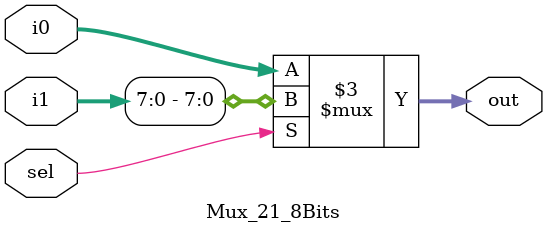
<source format=sv>
module Mux_21_8Bits (input logic [7:0] i0, input logic [11:0] i1,
							input logic sel, output logic [7:0] out);
							
always @* begin
if (sel)
	out = i1;
else
	out = i0;
end

endmodule

</source>
